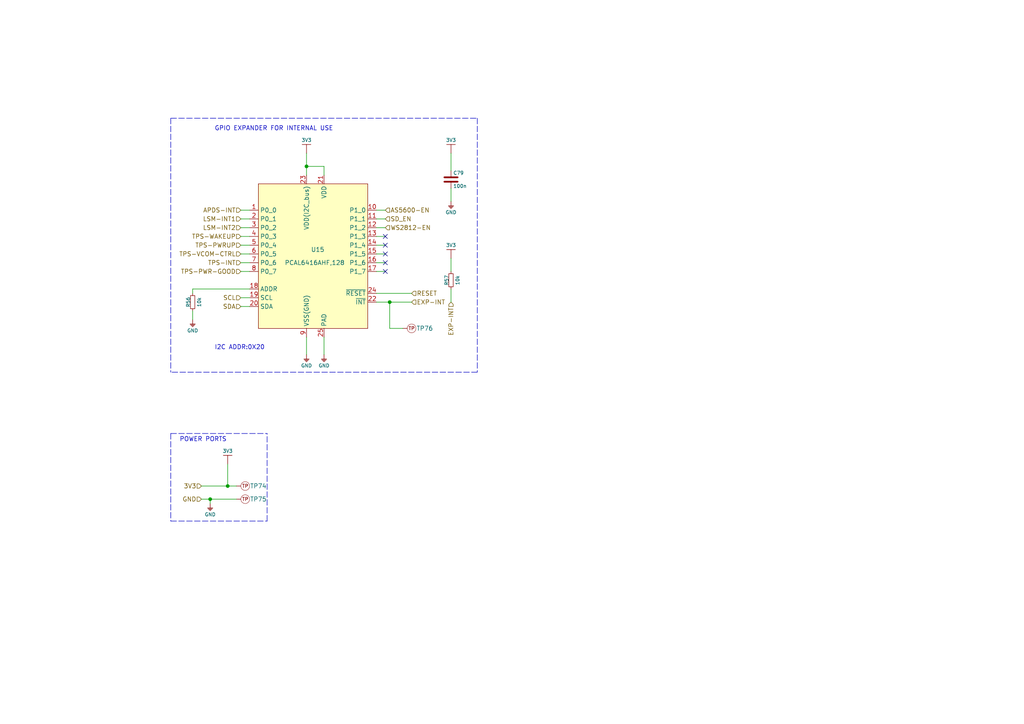
<source format=kicad_sch>
(kicad_sch (version 20211123) (generator eeschema)

  (uuid 2ef30c0c-967f-4545-82df-4bfe0dbbcef5)

  (paper "A4")

  (title_block
    (title "Soldered Inkplate 6 MOTION")
    (date "2024-05-22")
    (rev "V2.1.0.")
    (company "Soldered Electronics")
    (comment 1 "333321")
  )

  (lib_symbols
    (symbol "e-radionica.com schematics:0603C" (pin_numbers hide) (pin_names (offset 0.002)) (in_bom yes) (on_board yes)
      (property "Reference" "C" (id 0) (at 0 3.81 0)
        (effects (font (size 1 1)))
      )
      (property "Value" "0603C" (id 1) (at 0 -3.175 0)
        (effects (font (size 1 1)))
      )
      (property "Footprint" "e-radionica.com footprinti:0603C" (id 2) (at 0.635 -4.445 0)
        (effects (font (size 1 1)) hide)
      )
      (property "Datasheet" "" (id 3) (at 0 0 0)
        (effects (font (size 1 1)) hide)
      )
      (symbol "0603C_0_1"
        (polyline
          (pts
            (xy -0.635 1.905)
            (xy -0.635 -1.905)
          )
          (stroke (width 0.5) (type default) (color 0 0 0 0))
          (fill (type none))
        )
        (polyline
          (pts
            (xy 0.635 1.905)
            (xy 0.635 -1.905)
          )
          (stroke (width 0.5) (type default) (color 0 0 0 0))
          (fill (type none))
        )
      )
      (symbol "0603C_1_1"
        (pin passive line (at -2.54 0 0) (length 1.9)
          (name "~" (effects (font (size 1.27 1.27))))
          (number "1" (effects (font (size 1.27 1.27))))
        )
        (pin passive line (at 2.54 0 180) (length 1.9)
          (name "~" (effects (font (size 1.27 1.27))))
          (number "2" (effects (font (size 1.27 1.27))))
        )
      )
    )
    (symbol "e-radionica.com schematics:0603R" (pin_numbers hide) (pin_names (offset 0.254)) (in_bom yes) (on_board yes)
      (property "Reference" "R" (id 0) (at 0 1.27 0)
        (effects (font (size 1 1)))
      )
      (property "Value" "0603R" (id 1) (at 0 -1.905 0)
        (effects (font (size 1 1)))
      )
      (property "Footprint" "e-radionica.com footprinti:0603R" (id 2) (at 0 -3.81 0)
        (effects (font (size 1 1)) hide)
      )
      (property "Datasheet" "" (id 3) (at -0.635 1.905 0)
        (effects (font (size 1 1)) hide)
      )
      (symbol "0603R_0_1"
        (rectangle (start -1.905 0.635) (end 1.905 -0.635)
          (stroke (width 0.15) (type default) (color 0 0 0 0))
          (fill (type none))
        )
      )
      (symbol "0603R_1_1"
        (pin passive line (at -2.54 0 0) (length 0.63)
          (name "~" (effects (font (size 1.27 1.27))))
          (number "1" (effects (font (size 1.27 1.27))))
        )
        (pin passive line (at 2.54 0 180) (length 0.63)
          (name "~" (effects (font (size 1.27 1.27))))
          (number "2" (effects (font (size 1.27 1.27))))
        )
      )
    )
    (symbol "e-radionica.com schematics:3V3" (power) (pin_names (offset 0)) (in_bom yes) (on_board yes)
      (property "Reference" "#PWR" (id 0) (at 4.445 0 0)
        (effects (font (size 1 1)) hide)
      )
      (property "Value" "3V3" (id 1) (at 0 3.556 0)
        (effects (font (size 1 1)))
      )
      (property "Footprint" "" (id 2) (at 4.445 3.81 0)
        (effects (font (size 1 1)) hide)
      )
      (property "Datasheet" "" (id 3) (at 4.445 3.81 0)
        (effects (font (size 1 1)) hide)
      )
      (property "ki_keywords" "power-flag" (id 4) (at 0 0 0)
        (effects (font (size 1.27 1.27)) hide)
      )
      (property "ki_description" "Power symbol creates a global label with name \"3V3\"" (id 5) (at 0 0 0)
        (effects (font (size 1.27 1.27)) hide)
      )
      (symbol "3V3_0_1"
        (polyline
          (pts
            (xy -1.27 2.54)
            (xy 1.27 2.54)
          )
          (stroke (width 0.16) (type default) (color 0 0 0 0))
          (fill (type none))
        )
        (polyline
          (pts
            (xy 0 0)
            (xy 0 2.54)
          )
          (stroke (width 0) (type default) (color 0 0 0 0))
          (fill (type none))
        )
      )
      (symbol "3V3_1_1"
        (pin power_in line (at 0 0 90) (length 0) hide
          (name "3V3" (effects (font (size 1.27 1.27))))
          (number "1" (effects (font (size 1.27 1.27))))
        )
      )
    )
    (symbol "e-radionica.com schematics:GND" (power) (pin_names (offset 0)) (in_bom yes) (on_board yes)
      (property "Reference" "#PWR" (id 0) (at 4.445 0 0)
        (effects (font (size 1 1)) hide)
      )
      (property "Value" "GND" (id 1) (at 0 -2.921 0)
        (effects (font (size 1 1)))
      )
      (property "Footprint" "" (id 2) (at 4.445 3.81 0)
        (effects (font (size 1 1)) hide)
      )
      (property "Datasheet" "" (id 3) (at 4.445 3.81 0)
        (effects (font (size 1 1)) hide)
      )
      (property "ki_keywords" "power-flag" (id 4) (at 0 0 0)
        (effects (font (size 1.27 1.27)) hide)
      )
      (property "ki_description" "Power symbol creates a global label with name \"GND\"" (id 5) (at 0 0 0)
        (effects (font (size 1.27 1.27)) hide)
      )
      (symbol "GND_0_1"
        (polyline
          (pts
            (xy -0.762 -1.27)
            (xy 0.762 -1.27)
          )
          (stroke (width 0.16) (type default) (color 0 0 0 0))
          (fill (type none))
        )
        (polyline
          (pts
            (xy -0.635 -1.524)
            (xy 0.635 -1.524)
          )
          (stroke (width 0.16) (type default) (color 0 0 0 0))
          (fill (type none))
        )
        (polyline
          (pts
            (xy -0.381 -1.778)
            (xy 0.381 -1.778)
          )
          (stroke (width 0.16) (type default) (color 0 0 0 0))
          (fill (type none))
        )
        (polyline
          (pts
            (xy -0.127 -2.032)
            (xy 0.127 -2.032)
          )
          (stroke (width 0.16) (type default) (color 0 0 0 0))
          (fill (type none))
        )
        (polyline
          (pts
            (xy 0 0)
            (xy 0 -1.27)
          )
          (stroke (width 0.16) (type default) (color 0 0 0 0))
          (fill (type none))
        )
      )
      (symbol "GND_1_1"
        (pin power_in line (at 0 0 270) (length 0) hide
          (name "GND" (effects (font (size 1.27 1.27))))
          (number "1" (effects (font (size 1.27 1.27))))
        )
      )
    )
    (symbol "e-radionica.com schematics:PCAL6416AHF,128" (in_bom yes) (on_board yes)
      (property "Reference" "U" (id 0) (at 1.27 -5.08 0)
        (effects (font (size 1.27 1.27)))
      )
      (property "Value" "PCAL6416AHF,128" (id 1) (at 1.27 0 0)
        (effects (font (size 1.27 1.27)))
      )
      (property "Footprint" "e-radionica.com footprinti:PCAL6416AHF,128" (id 2) (at 0 31.75 0)
        (effects (font (size 1.27 1.27)) hide)
      )
      (property "Datasheet" "" (id 3) (at -15.24 11.43 0)
        (effects (font (size 1.27 1.27)) hide)
      )
      (symbol "PCAL6416AHF,128_0_0"
        (rectangle (start -15.24 20.32) (end 16.51 -21.59)
          (stroke (width 0) (type default) (color 0 0 0 0))
          (fill (type background))
        )
        (pin passive line (at 3.81 -24.13 90) (length 2.54)
          (name "PAD" (effects (font (size 1.27 1.27))))
          (number "25" (effects (font (size 1.27 1.27))))
        )
      )
      (symbol "PCAL6416AHF,128_1_1"
        (pin passive line (at -17.78 12.7 0) (length 2.54)
          (name "P0_0" (effects (font (size 1.27 1.27))))
          (number "1" (effects (font (size 1.27 1.27))))
        )
        (pin passive line (at 19.05 12.7 180) (length 2.54)
          (name "P1_0" (effects (font (size 1.27 1.27))))
          (number "10" (effects (font (size 1.27 1.27))))
        )
        (pin passive line (at 19.05 10.16 180) (length 2.54)
          (name "P1_1" (effects (font (size 1.27 1.27))))
          (number "11" (effects (font (size 1.27 1.27))))
        )
        (pin passive line (at 19.05 7.62 180) (length 2.54)
          (name "P1_2" (effects (font (size 1.27 1.27))))
          (number "12" (effects (font (size 1.27 1.27))))
        )
        (pin passive line (at 19.05 5.08 180) (length 2.54)
          (name "P1_3" (effects (font (size 1.27 1.27))))
          (number "13" (effects (font (size 1.27 1.27))))
        )
        (pin passive line (at 19.05 2.54 180) (length 2.54)
          (name "P1_4" (effects (font (size 1.27 1.27))))
          (number "14" (effects (font (size 1.27 1.27))))
        )
        (pin passive line (at 19.05 0 180) (length 2.54)
          (name "P1_5" (effects (font (size 1.27 1.27))))
          (number "15" (effects (font (size 1.27 1.27))))
        )
        (pin passive line (at 19.05 -2.54 180) (length 2.54)
          (name "P1_6" (effects (font (size 1.27 1.27))))
          (number "16" (effects (font (size 1.27 1.27))))
        )
        (pin passive line (at 19.05 -5.08 180) (length 2.54)
          (name "P1_7" (effects (font (size 1.27 1.27))))
          (number "17" (effects (font (size 1.27 1.27))))
        )
        (pin passive line (at -17.78 -10.16 0) (length 2.54)
          (name "ADDR" (effects (font (size 1.27 1.27))))
          (number "18" (effects (font (size 1.27 1.27))))
        )
        (pin passive line (at -17.78 -12.7 0) (length 2.54)
          (name "SCL" (effects (font (size 1.27 1.27))))
          (number "19" (effects (font (size 1.27 1.27))))
        )
        (pin passive line (at -17.78 10.16 0) (length 2.54)
          (name "P0_1" (effects (font (size 1.27 1.27))))
          (number "2" (effects (font (size 1.27 1.27))))
        )
        (pin passive line (at -17.78 -15.24 0) (length 2.54)
          (name "SDA" (effects (font (size 1.27 1.27))))
          (number "20" (effects (font (size 1.27 1.27))))
        )
        (pin passive line (at 3.81 22.86 270) (length 2.54)
          (name "VDD" (effects (font (size 1.27 1.27))))
          (number "21" (effects (font (size 1.27 1.27))))
        )
        (pin passive line (at 19.05 -13.97 180) (length 2.54)
          (name "~{INT}" (effects (font (size 1.27 1.27))))
          (number "22" (effects (font (size 1.27 1.27))))
        )
        (pin passive line (at -1.27 22.86 270) (length 2.54)
          (name "VDD(I2C_bus)" (effects (font (size 1.27 1.27))))
          (number "23" (effects (font (size 1.27 1.27))))
        )
        (pin passive line (at 19.05 -11.43 180) (length 2.54)
          (name "~{RESET}" (effects (font (size 1.27 1.27))))
          (number "24" (effects (font (size 1.27 1.27))))
        )
        (pin passive line (at -17.78 7.62 0) (length 2.54)
          (name "P0_2" (effects (font (size 1.27 1.27))))
          (number "3" (effects (font (size 1.27 1.27))))
        )
        (pin passive line (at -17.78 5.08 0) (length 2.54)
          (name "P0_3" (effects (font (size 1.27 1.27))))
          (number "4" (effects (font (size 1.27 1.27))))
        )
        (pin passive line (at -17.78 2.54 0) (length 2.54)
          (name "P0_4" (effects (font (size 1.27 1.27))))
          (number "5" (effects (font (size 1.27 1.27))))
        )
        (pin passive line (at -17.78 0 0) (length 2.54)
          (name "P0_5" (effects (font (size 1.27 1.27))))
          (number "6" (effects (font (size 1.27 1.27))))
        )
        (pin passive line (at -17.78 -2.54 0) (length 2.54)
          (name "P0_6" (effects (font (size 1.27 1.27))))
          (number "7" (effects (font (size 1.27 1.27))))
        )
        (pin passive line (at -17.78 -5.08 0) (length 2.54)
          (name "P0_7" (effects (font (size 1.27 1.27))))
          (number "8" (effects (font (size 1.27 1.27))))
        )
        (pin passive line (at -1.27 -24.13 90) (length 2.54)
          (name "VSS(GND)" (effects (font (size 1.27 1.27))))
          (number "9" (effects (font (size 1.27 1.27))))
        )
      )
    )
    (symbol "e-radionica.com schematics:Test_Point_SMD_0.8mm" (pin_numbers hide) (pin_names hide) (in_bom yes) (on_board yes)
      (property "Reference" "TP" (id 0) (at 0 2.54 0)
        (effects (font (size 1.27 1.27)))
      )
      (property "Value" "Test_Point_SMD_0.8mm" (id 1) (at 0 -2.54 0)
        (effects (font (size 1.27 1.27)) hide)
      )
      (property "Footprint" "e-radionica.com footprinti:Test_Point_SMD_0.8mm" (id 2) (at -1.27 -5.08 0)
        (effects (font (size 1.27 1.27)) hide)
      )
      (property "Datasheet" "" (id 3) (at -0.635 0 0)
        (effects (font (size 1.27 1.27)) hide)
      )
      (symbol "Test_Point_SMD_0.8mm_0_0"
        (text "TP" (at 0 0 0)
          (effects (font (size 1 1)))
        )
      )
      (symbol "Test_Point_SMD_0.8mm_0_1"
        (circle (center 0 0) (radius 1.27)
          (stroke (width 0.1) (type default) (color 0 0 0 0))
          (fill (type none))
        )
      )
      (symbol "Test_Point_SMD_0.8mm_1_1"
        (pin passive line (at 2.54 0 180) (length 1.27)
          (name "~" (effects (font (size 1 1))))
          (number "TP" (effects (font (size 1 1))))
        )
      )
    )
  )

  (junction (at 113.03 87.63) (diameter 0) (color 0 0 0 0)
    (uuid 0ae3ab71-a287-426f-8e15-c5a9a73f8cd5)
  )
  (junction (at 66.04 140.97) (diameter 0) (color 0 0 0 0)
    (uuid 226fb5be-d738-45d9-aa88-cb97afdc2eb0)
  )
  (junction (at 60.96 144.78) (diameter 0) (color 0 0 0 0)
    (uuid 8024e9e2-c2f4-44c3-8f55-358736dae8da)
  )
  (junction (at 88.9 48.26) (diameter 0) (color 0 0 0 0)
    (uuid a0615b05-d23e-4542-987c-03c9d0ae2bc9)
  )

  (no_connect (at 111.76 71.12) (uuid 3bedecaa-c6d3-4c69-a97c-41c07f20f8bf))
  (no_connect (at 111.76 78.74) (uuid 4a978879-9f14-40dd-bd80-1fdb2650d89c))
  (no_connect (at 111.76 76.2) (uuid 53c8d2ea-fe58-4712-bf89-f0a1e159bd59))
  (no_connect (at 111.76 68.58) (uuid c30963ef-dd53-4ed1-ad53-ae7e7d410a0a))
  (no_connect (at 111.76 73.66) (uuid db67cfbf-c995-4eb0-91d5-b7b71ce8ea71))

  (wire (pts (xy 109.22 73.66) (xy 111.76 73.66))
    (stroke (width 0) (type default) (color 0 0 0 0))
    (uuid 054bd0f0-f87d-486f-b6ef-d1a0a2a0460c)
  )
  (wire (pts (xy 69.85 86.36) (xy 72.39 86.36))
    (stroke (width 0) (type default) (color 0 0 0 0))
    (uuid 0629208c-7bde-4b52-a494-7577617a7a1c)
  )
  (polyline (pts (xy 49.53 34.29) (xy 49.53 107.95))
    (stroke (width 0) (type default) (color 0 0 0 0))
    (uuid 09f38513-cbee-410a-86e9-96aafffa3ff6)
  )

  (wire (pts (xy 66.04 140.97) (xy 68.58 140.97))
    (stroke (width 0) (type default) (color 0 0 0 0))
    (uuid 0c271d6e-b7b5-4146-9731-3a6dc24fd9f6)
  )
  (polyline (pts (xy 49.53 34.29) (xy 138.43 34.29))
    (stroke (width 0) (type default) (color 0 0 0 0))
    (uuid 0db826cf-d7ae-4679-a30b-62983d2f728a)
  )

  (wire (pts (xy 109.22 66.04) (xy 111.76 66.04))
    (stroke (width 0) (type default) (color 0 0 0 0))
    (uuid 10f5e799-7f7b-49dc-955a-bf7f8dd545d5)
  )
  (polyline (pts (xy 49.53 125.73) (xy 77.47 125.73))
    (stroke (width 0) (type default) (color 0 0 0 0))
    (uuid 1880e60c-c288-4a2d-b5a2-727479c05ae6)
  )

  (wire (pts (xy 69.85 78.74) (xy 72.39 78.74))
    (stroke (width 0) (type default) (color 0 0 0 0))
    (uuid 19ff8663-de1e-40bb-b369-605292221a8a)
  )
  (wire (pts (xy 66.04 134.62) (xy 66.04 140.97))
    (stroke (width 0) (type default) (color 0 0 0 0))
    (uuid 1d0c5f72-5b56-41dc-bbbd-919f2e88c741)
  )
  (wire (pts (xy 130.81 74.93) (xy 130.81 78.74))
    (stroke (width 0) (type default) (color 0 0 0 0))
    (uuid 24d32e40-8ce4-4fe7-945a-d2ced0249241)
  )
  (wire (pts (xy 60.96 144.78) (xy 60.96 146.05))
    (stroke (width 0) (type default) (color 0 0 0 0))
    (uuid 289795ba-9517-418f-ba06-9a7576e50740)
  )
  (wire (pts (xy 130.81 44.45) (xy 130.81 49.53))
    (stroke (width 0) (type default) (color 0 0 0 0))
    (uuid 2bbab86d-3ff1-4aae-a8e7-f342395359dc)
  )
  (wire (pts (xy 109.22 85.09) (xy 119.38 85.09))
    (stroke (width 0) (type default) (color 0 0 0 0))
    (uuid 2befb1fe-3ee5-42e3-b35c-b620c1ba6c8e)
  )
  (wire (pts (xy 58.42 144.78) (xy 60.96 144.78))
    (stroke (width 0) (type default) (color 0 0 0 0))
    (uuid 2edf4b48-3311-4de4-a62f-1a4629228051)
  )
  (wire (pts (xy 109.22 68.58) (xy 111.76 68.58))
    (stroke (width 0) (type default) (color 0 0 0 0))
    (uuid 3e1f48b1-c5ba-402f-84c7-93eca129922e)
  )
  (wire (pts (xy 69.85 68.58) (xy 72.39 68.58))
    (stroke (width 0) (type default) (color 0 0 0 0))
    (uuid 4b824e81-adad-47b4-b417-266ff729521b)
  )
  (wire (pts (xy 60.96 144.78) (xy 68.58 144.78))
    (stroke (width 0) (type default) (color 0 0 0 0))
    (uuid 533180ec-08bf-44eb-a158-7a53522b549f)
  )
  (polyline (pts (xy 138.43 34.29) (xy 138.43 107.95))
    (stroke (width 0) (type default) (color 0 0 0 0))
    (uuid 5a8411a5-9a83-4146-8faa-90a04334fbb8)
  )

  (wire (pts (xy 93.98 50.8) (xy 93.98 48.26))
    (stroke (width 0) (type default) (color 0 0 0 0))
    (uuid 64fb0a2e-25c7-4381-907d-a87632f285bc)
  )
  (wire (pts (xy 130.81 83.82) (xy 130.81 87.63))
    (stroke (width 0) (type default) (color 0 0 0 0))
    (uuid 6686005f-994d-4504-b62f-5411416eb7c9)
  )
  (wire (pts (xy 55.88 90.17) (xy 55.88 92.71))
    (stroke (width 0) (type default) (color 0 0 0 0))
    (uuid 70a9ff13-9eef-4fc7-92bc-1ae0da273eaa)
  )
  (polyline (pts (xy 49.53 125.73) (xy 49.53 151.13))
    (stroke (width 0) (type default) (color 0 0 0 0))
    (uuid 70cf986f-5bda-4ba6-ade5-4f26db994178)
  )

  (wire (pts (xy 113.03 87.63) (xy 119.38 87.63))
    (stroke (width 0) (type default) (color 0 0 0 0))
    (uuid 711224f9-2bb4-4a76-8d1b-20f2dc8dfd51)
  )
  (wire (pts (xy 69.85 63.5) (xy 72.39 63.5))
    (stroke (width 0) (type default) (color 0 0 0 0))
    (uuid 72ff2b70-b3d7-4a53-9d96-9e06b4f1d28a)
  )
  (wire (pts (xy 109.22 60.96) (xy 111.76 60.96))
    (stroke (width 0) (type default) (color 0 0 0 0))
    (uuid 867a48c7-97fb-4b7e-ad8f-887e1db899a9)
  )
  (polyline (pts (xy 49.53 151.13) (xy 77.47 151.13))
    (stroke (width 0) (type default) (color 0 0 0 0))
    (uuid 8fe46eac-183d-44c7-9b63-2ed82761f019)
  )

  (wire (pts (xy 109.22 63.5) (xy 111.76 63.5))
    (stroke (width 0) (type default) (color 0 0 0 0))
    (uuid 8fec76d9-bb6c-4a1b-b558-e8a12dccec41)
  )
  (wire (pts (xy 88.9 48.26) (xy 88.9 50.8))
    (stroke (width 0) (type default) (color 0 0 0 0))
    (uuid 96e94771-c559-4f8c-a48b-e25353cad37a)
  )
  (wire (pts (xy 69.85 73.66) (xy 72.39 73.66))
    (stroke (width 0) (type default) (color 0 0 0 0))
    (uuid 99195acc-954f-4cd4-b331-5ec0900af55b)
  )
  (wire (pts (xy 93.98 97.79) (xy 93.98 102.87))
    (stroke (width 0) (type default) (color 0 0 0 0))
    (uuid 991dd88d-d2ea-4b15-bd18-24dd97d07b53)
  )
  (wire (pts (xy 69.85 66.04) (xy 72.39 66.04))
    (stroke (width 0) (type default) (color 0 0 0 0))
    (uuid 9c00ab80-cb34-4597-9efc-16040f06e8ab)
  )
  (wire (pts (xy 69.85 60.96) (xy 72.39 60.96))
    (stroke (width 0) (type default) (color 0 0 0 0))
    (uuid aac3fd86-9c80-4c9c-b8b7-a9a3cc7697e7)
  )
  (wire (pts (xy 88.9 44.45) (xy 88.9 48.26))
    (stroke (width 0) (type default) (color 0 0 0 0))
    (uuid ab866d1f-0a4b-4dff-bea1-dae4bad75272)
  )
  (wire (pts (xy 93.98 48.26) (xy 88.9 48.26))
    (stroke (width 0) (type default) (color 0 0 0 0))
    (uuid b4f064a3-c3ae-4f8d-b486-3215f5527861)
  )
  (wire (pts (xy 69.85 76.2) (xy 72.39 76.2))
    (stroke (width 0) (type default) (color 0 0 0 0))
    (uuid b73b478f-4d09-422f-bab1-2e377195a58d)
  )
  (wire (pts (xy 109.22 78.74) (xy 111.76 78.74))
    (stroke (width 0) (type default) (color 0 0 0 0))
    (uuid c393b9b4-5b33-4ccd-a331-c300654dd4c5)
  )
  (wire (pts (xy 88.9 97.79) (xy 88.9 102.87))
    (stroke (width 0) (type default) (color 0 0 0 0))
    (uuid c559070a-cd61-4898-8717-2495574aafcc)
  )
  (wire (pts (xy 116.84 95.25) (xy 113.03 95.25))
    (stroke (width 0) (type default) (color 0 0 0 0))
    (uuid c6a3c2fe-de79-4321-9ad8-c5353702b529)
  )
  (wire (pts (xy 113.03 95.25) (xy 113.03 87.63))
    (stroke (width 0) (type default) (color 0 0 0 0))
    (uuid c86dc9c4-9fad-4544-9ede-851ea1d81d69)
  )
  (wire (pts (xy 66.04 140.97) (xy 58.42 140.97))
    (stroke (width 0) (type default) (color 0 0 0 0))
    (uuid e1ca467c-65d4-4e48-b9f6-bb5d45fbd8d4)
  )
  (wire (pts (xy 69.85 71.12) (xy 72.39 71.12))
    (stroke (width 0) (type default) (color 0 0 0 0))
    (uuid e1d401d1-cc71-46fd-9985-37e53278ddf2)
  )
  (wire (pts (xy 69.85 88.9) (xy 72.39 88.9))
    (stroke (width 0) (type default) (color 0 0 0 0))
    (uuid e229dbfe-02fb-48ec-9229-1fcc0622e989)
  )
  (wire (pts (xy 55.88 83.82) (xy 55.88 85.09))
    (stroke (width 0) (type default) (color 0 0 0 0))
    (uuid e9a6a218-03f8-4b8f-b2e7-6160224f6b11)
  )
  (wire (pts (xy 109.22 76.2) (xy 111.76 76.2))
    (stroke (width 0) (type default) (color 0 0 0 0))
    (uuid ed829284-7bc2-47ee-baa8-0c9086f6b630)
  )
  (polyline (pts (xy 138.43 107.95) (xy 49.53 107.95))
    (stroke (width 0) (type default) (color 0 0 0 0))
    (uuid ed98dc74-b28b-43bf-a532-630b19b3bb3e)
  )

  (wire (pts (xy 109.22 87.63) (xy 113.03 87.63))
    (stroke (width 0) (type default) (color 0 0 0 0))
    (uuid f5dc77ea-430a-431c-a324-dd774295f686)
  )
  (polyline (pts (xy 77.47 151.13) (xy 77.47 125.73))
    (stroke (width 0) (type default) (color 0 0 0 0))
    (uuid f6674330-dde1-4267-bdc3-0e9a0ac2df51)
  )

  (wire (pts (xy 130.81 54.61) (xy 130.81 58.42))
    (stroke (width 0) (type default) (color 0 0 0 0))
    (uuid f9eeb9e1-f062-41ff-9dcc-12e4d9a58962)
  )
  (wire (pts (xy 55.88 83.82) (xy 72.39 83.82))
    (stroke (width 0) (type default) (color 0 0 0 0))
    (uuid faf6bb93-486b-4c77-adf6-4958380ce01c)
  )
  (wire (pts (xy 109.22 71.12) (xy 111.76 71.12))
    (stroke (width 0) (type default) (color 0 0 0 0))
    (uuid ff0a65a4-1109-47d6-9e41-bdc440d9827c)
  )

  (text "POWER PORTS" (at 52.07 128.27 0)
    (effects (font (size 1.27 1.27)) (justify left bottom))
    (uuid 391eb491-bee2-4bcb-9ae1-832bb845ed45)
  )
  (text "I2C ADDR:0X20" (at 62.23 101.6 0)
    (effects (font (size 1.27 1.27)) (justify left bottom))
    (uuid b9e2edcb-4a7a-4430-94ce-ff9eb798b282)
  )
  (text "GPIO EXPANDER FOR INTERNAL USE" (at 62.23 38.1 0)
    (effects (font (size 1.27 1.27)) (justify left bottom))
    (uuid fb813e87-1e64-43e6-ae3e-8c7e1233f1ea)
  )

  (hierarchical_label "TPS-INT" (shape input) (at 69.85 76.2 180)
    (effects (font (size 1.27 1.27)) (justify right))
    (uuid 0143598a-9651-4d72-b7d3-b0153c06204a)
  )
  (hierarchical_label "SDA" (shape input) (at 69.85 88.9 180)
    (effects (font (size 1.27 1.27)) (justify right))
    (uuid 0aa5dea5-5416-4b54-aca5-e7d605f87c26)
  )
  (hierarchical_label "SCL" (shape input) (at 69.85 86.36 180)
    (effects (font (size 1.27 1.27)) (justify right))
    (uuid 12792aec-390b-4f06-b4b3-25be4d526a89)
  )
  (hierarchical_label "RESET" (shape input) (at 119.38 85.09 0)
    (effects (font (size 1.27 1.27)) (justify left))
    (uuid 382b9610-a789-4748-945d-b5155fd355bd)
  )
  (hierarchical_label "3V3" (shape input) (at 58.42 140.97 180)
    (effects (font (size 1.27 1.27)) (justify right))
    (uuid 73ac4f0f-a905-46df-9488-0ddc297f958e)
  )
  (hierarchical_label "TPS-VCOM-CTRL" (shape input) (at 69.85 73.66 180)
    (effects (font (size 1.27 1.27)) (justify right))
    (uuid 834aec55-4658-48ae-889b-50759760db86)
  )
  (hierarchical_label "LSM-INT1" (shape input) (at 69.85 63.5 180)
    (effects (font (size 1.27 1.27)) (justify right))
    (uuid 87d6c9e5-ec79-41c3-8200-9885b5813e87)
  )
  (hierarchical_label "WS2812-EN" (shape input) (at 111.76 66.04 0)
    (effects (font (size 1.27 1.27)) (justify left))
    (uuid 9d48f963-1cee-46b7-9262-acdd1f4625f3)
  )
  (hierarchical_label "TPS-PWR-GOOD" (shape input) (at 69.85 78.74 180)
    (effects (font (size 1.27 1.27)) (justify right))
    (uuid b43f0ae8-2424-40fe-9e33-5237adef6c43)
  )
  (hierarchical_label "EXP-INT" (shape input) (at 119.38 87.63 0)
    (effects (font (size 1.27 1.27)) (justify left))
    (uuid babca590-dc20-4dc2-9211-5478cf11bb6a)
  )
  (hierarchical_label "TPS-PWRUP" (shape input) (at 69.85 71.12 180)
    (effects (font (size 1.27 1.27)) (justify right))
    (uuid cf7912b7-030d-45ff-97c7-25f4e6799d59)
  )
  (hierarchical_label "EXP-INT" (shape input) (at 130.81 87.63 270)
    (effects (font (size 1.27 1.27)) (justify right))
    (uuid d130ab32-8da1-4a4c-a30f-60c4c0219f60)
  )
  (hierarchical_label "SD_EN" (shape input) (at 111.76 63.5 0)
    (effects (font (size 1.27 1.27)) (justify left))
    (uuid d8f0b054-5110-409d-a552-440423d62e51)
  )
  (hierarchical_label "APDS-INT" (shape input) (at 69.85 60.96 180)
    (effects (font (size 1.27 1.27)) (justify right))
    (uuid da092c6e-3cea-4c78-8737-d21fa9de5942)
  )
  (hierarchical_label "GND" (shape input) (at 58.42 144.78 180)
    (effects (font (size 1.27 1.27)) (justify right))
    (uuid dfbcb741-0754-4c90-aaeb-235e0cec731c)
  )
  (hierarchical_label "LSM-INT2" (shape input) (at 69.85 66.04 180)
    (effects (font (size 1.27 1.27)) (justify right))
    (uuid f04ef728-fec3-46ea-8238-8238053efe3d)
  )
  (hierarchical_label "TPS-WAKEUP" (shape input) (at 69.85 68.58 180)
    (effects (font (size 1.27 1.27)) (justify right))
    (uuid f3019b8a-2c41-4914-9d36-f3c3b9c1ddab)
  )
  (hierarchical_label "AS5600-EN" (shape input) (at 111.76 60.96 0)
    (effects (font (size 1.27 1.27)) (justify left))
    (uuid fc53fd26-71ad-4de3-b0d7-c9b8def8a812)
  )

  (symbol (lib_id "e-radionica.com schematics:GND") (at 60.96 146.05 0) (unit 1)
    (in_bom yes) (on_board yes)
    (uuid 0b51d368-aaff-42e3-a70b-2c0701832e01)
    (property "Reference" "#PWR0217" (id 0) (at 65.405 146.05 0)
      (effects (font (size 1 1)) hide)
    )
    (property "Value" "GND" (id 1) (at 60.96 149.225 0)
      (effects (font (size 1 1)))
    )
    (property "Footprint" "" (id 2) (at 65.405 142.24 0)
      (effects (font (size 1 1)) hide)
    )
    (property "Datasheet" "" (id 3) (at 65.405 142.24 0)
      (effects (font (size 1 1)) hide)
    )
    (pin "1" (uuid 90f2164d-5341-48c8-966d-f8efbd2ee29b))
  )

  (symbol (lib_id "e-radionica.com schematics:3V3") (at 66.04 134.62 0) (unit 1)
    (in_bom yes) (on_board yes) (fields_autoplaced)
    (uuid 16c35153-4445-457b-ad73-3b32f5c92bfc)
    (property "Reference" "#PWR0218" (id 0) (at 70.485 134.62 0)
      (effects (font (size 1 1)) hide)
    )
    (property "Value" "3V3" (id 1) (at 66.04 130.81 0)
      (effects (font (size 1 1)))
    )
    (property "Footprint" "" (id 2) (at 70.485 130.81 0)
      (effects (font (size 1 1)) hide)
    )
    (property "Datasheet" "" (id 3) (at 70.485 130.81 0)
      (effects (font (size 1 1)) hide)
    )
    (pin "1" (uuid 2ed9f959-baa8-4aba-a57d-30d00a62a2c9))
  )

  (symbol (lib_id "e-radionica.com schematics:3V3") (at 130.81 74.93 0) (unit 1)
    (in_bom yes) (on_board yes) (fields_autoplaced)
    (uuid 1d1242f3-6d1b-4fb0-aac5-898602dbaf18)
    (property "Reference" "#PWR0224" (id 0) (at 135.255 74.93 0)
      (effects (font (size 1 1)) hide)
    )
    (property "Value" "3V3" (id 1) (at 130.81 71.12 0)
      (effects (font (size 1 1)))
    )
    (property "Footprint" "" (id 2) (at 135.255 71.12 0)
      (effects (font (size 1 1)) hide)
    )
    (property "Datasheet" "" (id 3) (at 135.255 71.12 0)
      (effects (font (size 1 1)) hide)
    )
    (pin "1" (uuid f6bd5fb3-c8f3-4fcb-b83b-1a723d17bf78))
  )

  (symbol (lib_id "e-radionica.com schematics:Test_Point_SMD_0.8mm") (at 71.12 144.78 180) (unit 1)
    (in_bom yes) (on_board yes)
    (uuid 337b37b3-0dd2-483c-b0b4-98139af4e3a3)
    (property "Reference" "TP75" (id 0) (at 74.93 144.78 0))
    (property "Value" "Test_Point_SMD_0.8mm" (id 1) (at 71.12 142.24 0)
      (effects (font (size 1.27 1.27)) hide)
    )
    (property "Footprint" "e-radionica.com footprinti:Test_Point_SMD_0.8mm" (id 2) (at 72.39 139.7 0)
      (effects (font (size 1.27 1.27)) hide)
    )
    (property "Datasheet" "" (id 3) (at 71.755 144.78 0)
      (effects (font (size 1.27 1.27)) hide)
    )
    (pin "TP" (uuid 6b799e33-6d84-46af-9e41-75b03fe14ed7))
  )

  (symbol (lib_id "e-radionica.com schematics:0603R") (at 55.88 87.63 90) (unit 1)
    (in_bom yes) (on_board yes)
    (uuid 4531d761-ce26-41e2-88a8-4e242bf75bd6)
    (property "Reference" "R56" (id 0) (at 54.61 87.63 0)
      (effects (font (size 1 1)))
    )
    (property "Value" "10k" (id 1) (at 57.785 87.63 0)
      (effects (font (size 1 1)))
    )
    (property "Footprint" "e-radionica.com footprinti:0603R" (id 2) (at 59.69 87.63 0)
      (effects (font (size 1 1)) hide)
    )
    (property "Datasheet" "" (id 3) (at 53.975 88.265 0)
      (effects (font (size 1 1)) hide)
    )
    (pin "1" (uuid 2b9471cc-6503-44cd-9dad-bb4ca7bfe1c4))
    (pin "2" (uuid 1634630e-6a84-4c81-b3f2-8332da9342f4))
  )

  (symbol (lib_id "e-radionica.com schematics:PCAL6416AHF,128") (at 90.17 73.66 0) (unit 1)
    (in_bom yes) (on_board yes)
    (uuid 5056ca36-281c-4bd3-bd24-5c2247918767)
    (property "Reference" "U15" (id 0) (at 90.17 72.39 0)
      (effects (font (size 1.27 1.27)) (justify left))
    )
    (property "Value" "PCAL6416AHF,128" (id 1) (at 82.55 76.2 0)
      (effects (font (size 1.27 1.27)) (justify left))
    )
    (property "Footprint" "e-radionica.com footprinti:PCAL6416AHF,128" (id 2) (at 90.17 41.91 0)
      (effects (font (size 1.27 1.27)) hide)
    )
    (property "Datasheet" "" (id 3) (at 74.93 62.23 0)
      (effects (font (size 1.27 1.27)) hide)
    )
    (pin "25" (uuid f9510c75-be73-4270-9a5b-0eb8a238a9a4))
    (pin "1" (uuid 9e056124-c835-4d74-83cc-2e80cb161ddf))
    (pin "10" (uuid 37ac4173-39c9-411a-bbfb-cb9c35cc7a95))
    (pin "11" (uuid 41d5ab0f-e958-4b94-966a-bdb6e758d98c))
    (pin "12" (uuid 7380eee9-e613-47e1-abd9-8dfeac9c6e31))
    (pin "13" (uuid d5992aef-f22b-4e6c-bc4e-2dfe728d20c3))
    (pin "14" (uuid ec78bac1-6c96-46f4-8243-b3ab845fedef))
    (pin "15" (uuid 4be067af-8718-431d-8d75-106f087c2b06))
    (pin "16" (uuid 2753d1eb-fab9-48d1-97f5-4c7e27359263))
    (pin "17" (uuid 3322db31-333c-47ef-bb5c-2bd73777644b))
    (pin "18" (uuid 707b3b42-9630-4ee1-b3aa-3bd6ffbf5ef4))
    (pin "19" (uuid c40fd183-72ce-489f-94e1-30c995574c29))
    (pin "2" (uuid d4e247ac-53ac-4d95-9e11-4fe82784dc41))
    (pin "20" (uuid d41faa04-2484-455d-a8dd-624220d7d778))
    (pin "21" (uuid f139f058-530f-482b-8e02-b4f0f1cb86a8))
    (pin "22" (uuid b5c81ab6-53ec-476b-997e-3149afcba826))
    (pin "23" (uuid 49c05838-d625-4420-b099-5348a41d09d5))
    (pin "24" (uuid c57f9e1d-b711-44c8-943c-18d80138552a))
    (pin "3" (uuid 1e690465-5b8b-479c-925a-8b74f75e392f))
    (pin "4" (uuid 69db6648-7e10-4397-9a62-7250c4af6405))
    (pin "5" (uuid e70364da-2600-4f4a-9bca-6d0685bf717c))
    (pin "6" (uuid 14e76da8-698c-4547-a4cf-1155b01a1cf2))
    (pin "7" (uuid a5d77fb5-3bfc-466a-9a3e-79ce447579e8))
    (pin "8" (uuid 5bc444cd-65f4-4849-a77a-4d1a809876f8))
    (pin "9" (uuid e5a4404d-f0ec-43c5-a9e9-aef2af1b9f16))
  )

  (symbol (lib_id "e-radionica.com schematics:3V3") (at 130.81 44.45 0) (unit 1)
    (in_bom yes) (on_board yes) (fields_autoplaced)
    (uuid 55081e84-3c83-4073-aa28-e775ab0d15be)
    (property "Reference" "#PWR0222" (id 0) (at 135.255 44.45 0)
      (effects (font (size 1 1)) hide)
    )
    (property "Value" "3V3" (id 1) (at 130.81 40.64 0)
      (effects (font (size 1 1)))
    )
    (property "Footprint" "" (id 2) (at 135.255 40.64 0)
      (effects (font (size 1 1)) hide)
    )
    (property "Datasheet" "" (id 3) (at 135.255 40.64 0)
      (effects (font (size 1 1)) hide)
    )
    (pin "1" (uuid 1c3c610d-3566-47fe-8981-0d13de10d5e6))
  )

  (symbol (lib_id "e-radionica.com schematics:Test_Point_SMD_0.8mm") (at 119.38 95.25 180) (unit 1)
    (in_bom yes) (on_board yes)
    (uuid 60e99a4a-7b96-4890-adce-537d64756037)
    (property "Reference" "TP76" (id 0) (at 123.19 95.25 0))
    (property "Value" "Test_Point_SMD_0.8mm" (id 1) (at 119.38 92.71 0)
      (effects (font (size 1.27 1.27)) hide)
    )
    (property "Footprint" "e-radionica.com footprinti:Test_Point_SMD_0.8mm" (id 2) (at 120.65 90.17 0)
      (effects (font (size 1.27 1.27)) hide)
    )
    (property "Datasheet" "" (id 3) (at 120.015 95.25 0)
      (effects (font (size 1.27 1.27)) hide)
    )
    (pin "TP" (uuid 68621217-49fe-4daf-b44d-696aed5110fa))
  )

  (symbol (lib_id "e-radionica.com schematics:GND") (at 88.9 102.87 0) (unit 1)
    (in_bom yes) (on_board yes)
    (uuid abe7f9c0-af17-4766-ba1f-04b380860a3a)
    (property "Reference" "#PWR0220" (id 0) (at 93.345 102.87 0)
      (effects (font (size 1 1)) hide)
    )
    (property "Value" "GND" (id 1) (at 88.9 106.045 0)
      (effects (font (size 1 1)))
    )
    (property "Footprint" "" (id 2) (at 93.345 99.06 0)
      (effects (font (size 1 1)) hide)
    )
    (property "Datasheet" "" (id 3) (at 93.345 99.06 0)
      (effects (font (size 1 1)) hide)
    )
    (pin "1" (uuid 6b141230-aae0-4145-bd19-9917c2895e97))
  )

  (symbol (lib_id "e-radionica.com schematics:Test_Point_SMD_0.8mm") (at 71.12 140.97 180) (unit 1)
    (in_bom yes) (on_board yes)
    (uuid c250ecf0-022b-4b19-a062-3927bb0a0795)
    (property "Reference" "TP74" (id 0) (at 74.93 140.97 0))
    (property "Value" "Test_Point_SMD_0.8mm" (id 1) (at 71.12 138.43 0)
      (effects (font (size 1.27 1.27)) hide)
    )
    (property "Footprint" "e-radionica.com footprinti:Test_Point_SMD_0.8mm" (id 2) (at 72.39 135.89 0)
      (effects (font (size 1.27 1.27)) hide)
    )
    (property "Datasheet" "" (id 3) (at 71.755 140.97 0)
      (effects (font (size 1.27 1.27)) hide)
    )
    (pin "TP" (uuid 654b618c-f8de-49cf-9076-a334ec46c5a2))
  )

  (symbol (lib_id "e-radionica.com schematics:GND") (at 55.88 92.71 0) (unit 1)
    (in_bom yes) (on_board yes)
    (uuid c2c475ca-d2e1-478a-bcd5-20ce1c8a3b46)
    (property "Reference" "#PWR0216" (id 0) (at 60.325 92.71 0)
      (effects (font (size 1 1)) hide)
    )
    (property "Value" "GND" (id 1) (at 55.88 95.885 0)
      (effects (font (size 1 1)))
    )
    (property "Footprint" "" (id 2) (at 60.325 88.9 0)
      (effects (font (size 1 1)) hide)
    )
    (property "Datasheet" "" (id 3) (at 60.325 88.9 0)
      (effects (font (size 1 1)) hide)
    )
    (pin "1" (uuid 8b68a000-8ac7-4ca6-9017-d95163a809f9))
  )

  (symbol (lib_id "e-radionica.com schematics:GND") (at 93.98 102.87 0) (unit 1)
    (in_bom yes) (on_board yes)
    (uuid c7564ec2-c6c5-4aab-a363-24279d9510fd)
    (property "Reference" "#PWR0221" (id 0) (at 98.425 102.87 0)
      (effects (font (size 1 1)) hide)
    )
    (property "Value" "GND" (id 1) (at 93.98 106.045 0)
      (effects (font (size 1 1)))
    )
    (property "Footprint" "" (id 2) (at 98.425 99.06 0)
      (effects (font (size 1 1)) hide)
    )
    (property "Datasheet" "" (id 3) (at 98.425 99.06 0)
      (effects (font (size 1 1)) hide)
    )
    (pin "1" (uuid e6fa5ea2-2708-4fea-b090-e59065558b66))
  )

  (symbol (lib_id "e-radionica.com schematics:0603R") (at 130.81 81.28 90) (unit 1)
    (in_bom yes) (on_board yes)
    (uuid cd8c322f-5e9f-4842-8cbb-b769cb1423d9)
    (property "Reference" "R57" (id 0) (at 129.54 81.28 0)
      (effects (font (size 1 1)))
    )
    (property "Value" "10k" (id 1) (at 132.715 81.28 0)
      (effects (font (size 1 1)))
    )
    (property "Footprint" "e-radionica.com footprinti:0603R" (id 2) (at 134.62 81.28 0)
      (effects (font (size 1 1)) hide)
    )
    (property "Datasheet" "" (id 3) (at 128.905 81.915 0)
      (effects (font (size 1 1)) hide)
    )
    (pin "1" (uuid 38643e1d-c985-4aac-993e-0465fc949a42))
    (pin "2" (uuid f1c264ee-a60a-4c27-8a39-ec38649f5d08))
  )

  (symbol (lib_id "e-radionica.com schematics:0603C") (at 130.81 52.07 90) (unit 1)
    (in_bom yes) (on_board yes)
    (uuid cdd8344d-3ed1-48bd-a7d1-33a4e4f280dc)
    (property "Reference" "C79" (id 0) (at 131.445 50.165 90)
      (effects (font (size 1 1)) (justify right))
    )
    (property "Value" "100n" (id 1) (at 131.445 53.975 90)
      (effects (font (size 1 1)) (justify right))
    )
    (property "Footprint" "e-radionica.com footprinti:0603C" (id 2) (at 130.81 52.07 0)
      (effects (font (size 1 1)) hide)
    )
    (property "Datasheet" "" (id 3) (at 130.81 52.07 0)
      (effects (font (size 1 1)) hide)
    )
    (pin "1" (uuid a846e931-3827-4368-8f49-f11e7300a5d2))
    (pin "2" (uuid 6a134006-da9d-4398-8b4d-6ed863606c3b))
  )

  (symbol (lib_id "e-radionica.com schematics:GND") (at 130.81 58.42 0) (unit 1)
    (in_bom yes) (on_board yes)
    (uuid d3332399-64ce-4c54-836c-8421a33b53b0)
    (property "Reference" "#PWR0223" (id 0) (at 135.255 58.42 0)
      (effects (font (size 1 1)) hide)
    )
    (property "Value" "GND" (id 1) (at 130.81 61.595 0)
      (effects (font (size 1 1)))
    )
    (property "Footprint" "" (id 2) (at 135.255 54.61 0)
      (effects (font (size 1 1)) hide)
    )
    (property "Datasheet" "" (id 3) (at 135.255 54.61 0)
      (effects (font (size 1 1)) hide)
    )
    (pin "1" (uuid 2a851330-bece-429f-969b-6fb27e236306))
  )

  (symbol (lib_id "e-radionica.com schematics:3V3") (at 88.9 44.45 0) (unit 1)
    (in_bom yes) (on_board yes) (fields_autoplaced)
    (uuid edcac549-de4c-4d8d-9102-8b2263bf8e04)
    (property "Reference" "#PWR0219" (id 0) (at 93.345 44.45 0)
      (effects (font (size 1 1)) hide)
    )
    (property "Value" "3V3" (id 1) (at 88.9 40.64 0)
      (effects (font (size 1 1)))
    )
    (property "Footprint" "" (id 2) (at 93.345 40.64 0)
      (effects (font (size 1 1)) hide)
    )
    (property "Datasheet" "" (id 3) (at 93.345 40.64 0)
      (effects (font (size 1 1)) hide)
    )
    (pin "1" (uuid c48707f0-6a44-4061-8176-fc6e9a2b13b1))
  )
)

</source>
